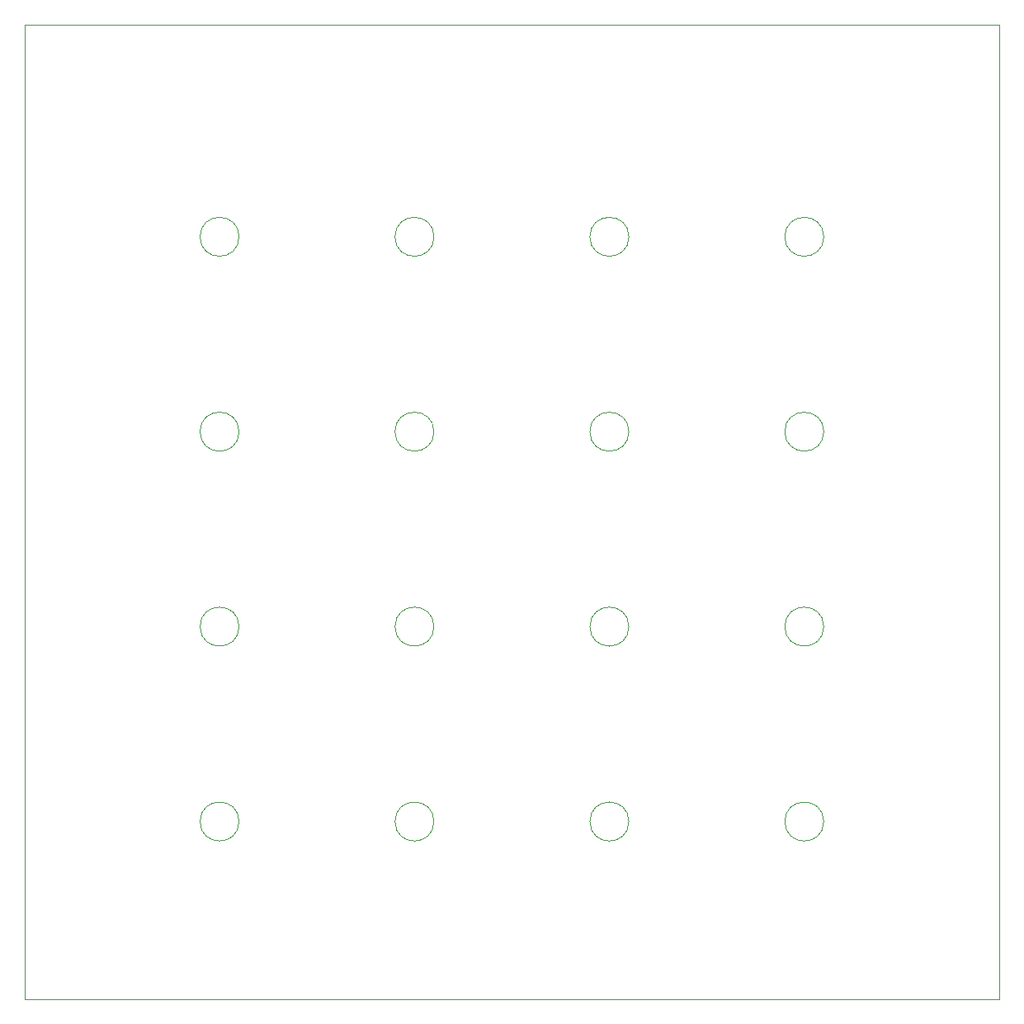
<source format=gbr>
%TF.GenerationSoftware,KiCad,Pcbnew,9.0.2*%
%TF.CreationDate,2025-06-23T15:12:23-04:00*%
%TF.ProjectId,MacroPad,4d616372-6f50-4616-942e-6b696361645f,rev?*%
%TF.SameCoordinates,Original*%
%TF.FileFunction,Profile,NP*%
%FSLAX46Y46*%
G04 Gerber Fmt 4.6, Leading zero omitted, Abs format (unit mm)*
G04 Created by KiCad (PCBNEW 9.0.2) date 2025-06-23 15:12:23*
%MOMM*%
%LPD*%
G01*
G04 APERTURE LIST*
%TA.AperFunction,Profile*%
%ADD10C,0.050000*%
%TD*%
G04 APERTURE END LIST*
D10*
X60000000Y-45000000D02*
X160000000Y-45000000D01*
X160000000Y-145000000D01*
X60000000Y-145000000D01*
X60000000Y-45000000D01*
%TO.C,LED11*%
X102000000Y-86750000D02*
G75*
G02*
X98000000Y-86750000I-2000000J0D01*
G01*
X98000000Y-86750000D02*
G75*
G02*
X102000000Y-86750000I2000000J0D01*
G01*
%TO.C,LED15*%
X102000000Y-66750000D02*
G75*
G02*
X98000000Y-66750000I-2000000J0D01*
G01*
X98000000Y-66750000D02*
G75*
G02*
X102000000Y-66750000I2000000J0D01*
G01*
%TO.C,LED2*%
X122000000Y-126750000D02*
G75*
G02*
X118000000Y-126750000I-2000000J0D01*
G01*
X118000000Y-126750000D02*
G75*
G02*
X122000000Y-126750000I2000000J0D01*
G01*
%TO.C,LED12*%
X82000000Y-86750000D02*
G75*
G02*
X78000000Y-86750000I-2000000J0D01*
G01*
X78000000Y-86750000D02*
G75*
G02*
X82000000Y-86750000I2000000J0D01*
G01*
%TO.C,LED9*%
X142000000Y-86750000D02*
G75*
G02*
X138000000Y-86750000I-2000000J0D01*
G01*
X138000000Y-86750000D02*
G75*
G02*
X142000000Y-86750000I2000000J0D01*
G01*
%TO.C,LED14*%
X122000000Y-66750000D02*
G75*
G02*
X118000000Y-66750000I-2000000J0D01*
G01*
X118000000Y-66750000D02*
G75*
G02*
X122000000Y-66750000I2000000J0D01*
G01*
%TO.C,LED7*%
X102000000Y-106750000D02*
G75*
G02*
X98000000Y-106750000I-2000000J0D01*
G01*
X98000000Y-106750000D02*
G75*
G02*
X102000000Y-106750000I2000000J0D01*
G01*
%TO.C,LED4*%
X82000000Y-126750000D02*
G75*
G02*
X78000000Y-126750000I-2000000J0D01*
G01*
X78000000Y-126750000D02*
G75*
G02*
X82000000Y-126750000I2000000J0D01*
G01*
%TO.C,LED10*%
X122000000Y-86750000D02*
G75*
G02*
X118000000Y-86750000I-2000000J0D01*
G01*
X118000000Y-86750000D02*
G75*
G02*
X122000000Y-86750000I2000000J0D01*
G01*
%TO.C,LED1*%
X142000000Y-126750000D02*
G75*
G02*
X138000000Y-126750000I-2000000J0D01*
G01*
X138000000Y-126750000D02*
G75*
G02*
X142000000Y-126750000I2000000J0D01*
G01*
%TO.C,LED5*%
X142000000Y-106750000D02*
G75*
G02*
X138000000Y-106750000I-2000000J0D01*
G01*
X138000000Y-106750000D02*
G75*
G02*
X142000000Y-106750000I2000000J0D01*
G01*
%TO.C,LED8*%
X82000000Y-106750000D02*
G75*
G02*
X78000000Y-106750000I-2000000J0D01*
G01*
X78000000Y-106750000D02*
G75*
G02*
X82000000Y-106750000I2000000J0D01*
G01*
%TO.C,LED16*%
X82000000Y-66750000D02*
G75*
G02*
X78000000Y-66750000I-2000000J0D01*
G01*
X78000000Y-66750000D02*
G75*
G02*
X82000000Y-66750000I2000000J0D01*
G01*
%TO.C,LED3*%
X102000000Y-126750000D02*
G75*
G02*
X98000000Y-126750000I-2000000J0D01*
G01*
X98000000Y-126750000D02*
G75*
G02*
X102000000Y-126750000I2000000J0D01*
G01*
%TO.C,LED6*%
X122000000Y-106750000D02*
G75*
G02*
X118000000Y-106750000I-2000000J0D01*
G01*
X118000000Y-106750000D02*
G75*
G02*
X122000000Y-106750000I2000000J0D01*
G01*
%TO.C,LED13*%
X142000000Y-66750000D02*
G75*
G02*
X138000000Y-66750000I-2000000J0D01*
G01*
X138000000Y-66750000D02*
G75*
G02*
X142000000Y-66750000I2000000J0D01*
G01*
%TD*%
M02*

</source>
